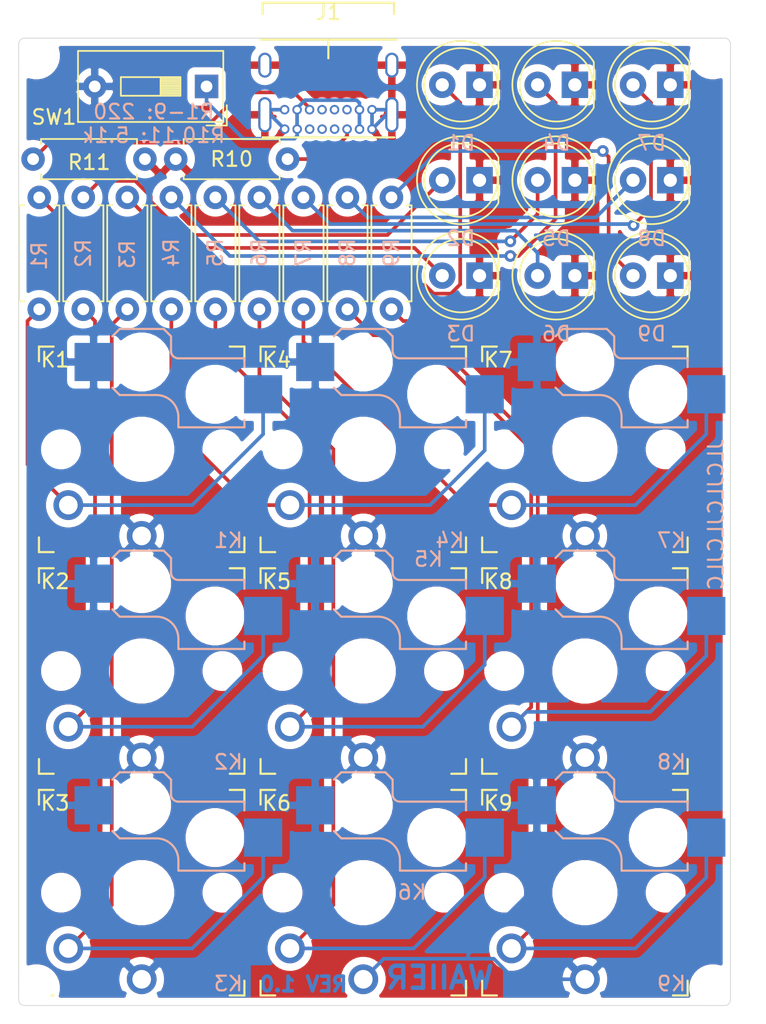
<source format=kicad_pcb>
(kicad_pcb (version 20171130) (host pcbnew "(5.1.0)-1")
  (layers (0 F.Cu signal) (31 B.Cu signal) (34 B.Paste user) (35 F.Paste user) (36 B.SilkS user) (37 F.SilkS user) (38 B.Mask user) (39 F.Mask user) (44 Edge.Cuts user))
  (net 0 "")
  (net 1 "Net-(D1-Pad2)")
  (net 2 "Net-(D2-Pad2)")
  (net 3 "Net-(D3-Pad2)")
  (net 4 "Net-(D4-Pad2)")
  (net 5 "Net-(D5-Pad2)")
  (net 6 "Net-(D6-Pad2)")
  (net 7 "Net-(D7-Pad2)")
  (net 8 "Net-(D8-Pad2)")
  (net 9 "Net-(D9-Pad2)")
  (net 10 5V)
  (net 11 "Net-(K1-Pad2)")
  (net 12 "Net-(K2-Pad2)")
  (net 13 "Net-(K3-Pad2)")
  (net 14 "Net-(K4-Pad2)")
  (net 15 "Net-(K5-Pad2)")
  (net 16 "Net-(K6-Pad2)")
  (net 17 "Net-(K7-Pad2)")
  (net 18 "Net-(K8-Pad2)")
  (net 19 "Net-(K9-Pad2)")
  (net 20 VUSB)
  (net 21 "Net-(J1-PadA5)")
  (net 22 "Net-(J1-PadA6)")
  (net 23 "Net-(J1-PadA7)")
  (net 24 "Net-(J1-PadA8)")
  (net 25 "Net-(J1-PadB8)")
  (net 26 "Net-(J1-PadB7)")
  (net 27 "Net-(J1-PadB6)")
  (net 28 "Net-(J1-PadB5)")
  (net 29 GND)
  (module LED_THT:LED_D5.0mm (layer F.Cu) (at 99.7 70.88 180)
    (fp_text reference D7 (at 1.27 -3.96 180) (layer B.SilkS) (effects (justify mirror)))
    (fp_text value LED)
    (pad 2 thru_hole circle (at 2.54 0 180) (size 1.8 1.8) (drill 0.9) (layers *.Cu *.Mask) (net 7 "Net-(D7-Pad2)"))
    (pad 1 thru_hole rect (at 0 0 180) (size 1.8 1.8) (drill 0.9) (layers *.Cu *.Mask) (net 29 GND))
  )
  (module MountingHole:MountingHole_2.2mm_M2 (layer F.Cu) (at 102.5 68.9)
    (fp_text reference REF**)
    (fp_text value MountingHole_2.2mm_M2)
    (pad "" np_thru_hole circle (at 0.1 0) (size 2.2 2.2) (drill 2.2) (layers *.Cu *.Mask))
  )
  (module Resistor_THT:R_Axial_DIN0207_L6.3mm_D2.5mm_P7.62mm_Horizontal (layer F.Cu) (at 63.9 75.94 180)
    (fp_text reference R11 (at 3.8 -0.22 180) (layer F.SilkS))
    (fp_text value R)
    (pad 2 thru_hole oval (at 7.62 0 180) (size 1.6 1.6) (drill 0.8) (layers *.Cu *.Mask) (net 28 "Net-(J1-PadB5)"))
    (pad 1 thru_hole circle (at 0 0 180) (size 1.6 1.6) (drill 0.8) (layers *.Cu *.Mask) (net 29 GND))
  )
  (module Resistor_THT:R_Axial_DIN0207_L6.3mm_D2.5mm_P7.62mm_Horizontal (layer F.Cu) (at 66 75.94)
    (fp_text reference R10 (at 3.81 0) (layer F.SilkS))
    (fp_text value R)
    (pad 2 thru_hole oval (at 7.62 0) (size 1.6 1.6) (drill 0.8) (layers *.Cu *.Mask) (net 21 "Net-(J1-PadA5)"))
    (pad 1 thru_hole circle (at 0 0) (size 1.6 1.6) (drill 0.8) (layers *.Cu *.Mask) (net 29 GND))
  )
  (module Type-C:USB_C_GCT_USB4085 (layer F.Cu) (at 76.4 67.8 180)
    (fp_text reference J1 (at 0 1.85 180) (layer F.SilkS))
    (fp_text value USB_C_Receptacle_USB2.0)
    (pad A5 thru_hole circle (at -1.275 -6.1 180) (size 0.65 0.65) (drill 0.4) (layers *.Cu *.Mask) (net 21 "Net-(J1-PadA5)"))
    (pad A1 thru_hole circle (at -2.975 -6.1 180) (size 0.65 0.65) (drill 0.4) (layers *.Cu *.Mask) (net 29 GND))
    (pad A4 thru_hole circle (at -2.125 -6.1 180) (size 0.65 0.65) (drill 0.4) (layers *.Cu *.Mask) (net 20 VUSB))
    (pad A6 thru_hole circle (at -0.425 -6.1 180) (size 0.65 0.65) (drill 0.4) (layers *.Cu *.Mask) (net 22 "Net-(J1-PadA6)"))
    (pad A7 thru_hole circle (at 0.425 -6.1 180) (size 0.65 0.65) (drill 0.4) (layers *.Cu *.Mask) (net 23 "Net-(J1-PadA7)"))
    (pad A8 thru_hole circle (at 1.275 -6.1 180) (size 0.65 0.65) (drill 0.4) (layers *.Cu *.Mask) (net 24 "Net-(J1-PadA8)"))
    (pad A9 thru_hole circle (at 2.125 -6.1 180) (size 0.65 0.65) (drill 0.4) (layers *.Cu *.Mask) (net 20 VUSB))
    (pad A12 thru_hole circle (at 2.975 -6.1 180) (size 0.65 0.65) (drill 0.4) (layers *.Cu *.Mask) (net 29 GND))
    (pad B12 thru_hole circle (at -2.975 -4.775 180) (size 0.65 0.65) (drill 0.4) (layers *.Cu *.Mask) (net 29 GND))
    (pad B9 thru_hole circle (at -2.12 -4.775 180) (size 0.65 0.65) (drill 0.4) (layers *.Cu *.Mask) (net 20 VUSB))
    (pad B8 thru_hole circle (at -1.27 -4.775 180) (size 0.65 0.65) (drill 0.4) (layers *.Cu *.Mask) (net 25 "Net-(J1-PadB8)"))
    (pad B7 thru_hole circle (at -0.42 -4.775 180) (size 0.65 0.65) (drill 0.4) (layers *.Cu *.Mask) (net 26 "Net-(J1-PadB7)"))
    (pad B6 thru_hole circle (at 0.43 -4.775 180) (size 0.65 0.65) (drill 0.4) (layers *.Cu *.Mask) (net 27 "Net-(J1-PadB6)"))
    (pad B5 thru_hole circle (at 1.28 -4.775 180) (size 0.65 0.65) (drill 0.4) (layers *.Cu *.Mask) (net 28 "Net-(J1-PadB5)"))
    (pad B4 thru_hole circle (at 2.13 -4.775 180) (size 0.65 0.65) (drill 0.4) (layers *.Cu *.Mask) (net 20 VUSB))
    (pad B1 thru_hole circle (at 2.98 -4.775 180) (size 0.65 0.65) (drill 0.4) (layers *.Cu *.Mask) (net 29 GND))
    (pad S1 thru_hole oval (at -4.325 -5.12 180) (size 0.9 2.4) (drill oval 0.6 2.1) (layers *.Cu *.Mask) (net 29 GND))
    (pad S1 thru_hole oval (at 4.325 -5.12 180) (size 0.9 2.4) (drill oval 0.6 2.1) (layers *.Cu *.Mask) (net 29 GND))
    (pad S1 thru_hole oval (at -4.325 -1.74 180) (size 0.9 1.7) (drill oval 0.6 1.4) (layers *.Cu *.Mask) (net 29 GND))
    (pad S1 thru_hole oval (at 4.325 -1.74 180) (size 0.9 1.7) (drill oval 0.6 1.4) (layers *.Cu *.Mask) (net 29 GND))
  )
  (module MountingHole:MountingHole_2.2mm_M2 (layer F.Cu) (at 56.5 68.9 90)
    (fp_text reference REF**)
    (fp_text value MountingHole_2.2mm_M2)
    (pad 1 np_thru_hole circle (at 0 0 90) (size 2.2 2.2) (drill 2.2) (layers *.Cu *.Mask))
  )
  (module MountingHole:MountingHole_2.2mm_M2 (layer F.Cu) (at 102.6 132.4)
    (fp_text reference REF**)
    (fp_text value MountingHole_2.2mm_M2)
    (pad 1 np_thru_hole circle (at 0 0) (size 2.2 2.2) (drill 2.2) (layers *.Cu *.Mask))
  )
  (module MountingHole:MountingHole_2.2mm_M2 (layer F.Cu) (at 56.5 132.4)
    (fp_text reference REF**)
    (fp_text value MountingHole_2.2mm_M2)
    (pad 1 np_thru_hole circle (at 0 0) (size 2.2 2.2) (drill 2.2) (layers *.Cu *.Mask))
  )
  (module LED_THT:LED_D5.0mm (layer F.Cu) (at 99.7 83.88 180)
    (fp_text reference D9 (at 1.27 -3.96 180) (layer B.SilkS) (effects (justify mirror)))
    (fp_text value LED)
    (pad 2 thru_hole circle (at 2.54 0 180) (size 1.8 1.8) (drill 0.9) (layers *.Cu *.Mask) (net 9 "Net-(D9-Pad2)"))
    (pad 1 thru_hole rect (at 0 0 180) (size 1.8 1.8) (drill 0.9) (layers *.Cu *.Mask) (net 29 GND))
  )
  (module Button_Switch_THT:SW_DIP_SPSTx01_Slide_9.78x4.72mm_W7.62mm_P2.54mm (layer F.Cu) (at 68.1 70.99 180)
    (fp_text reference SW1 (at 10.4 -2.09 180) (layer F.SilkS))
    (fp_text value SW_DIP_x01)
    (pad 2 thru_hole oval (at 7.62 0 180) (size 1.6 1.6) (drill 0.8) (layers *.Cu *.Mask) (net 10 5V))
    (pad 1 thru_hole rect (at 0 0 180) (size 1.6 1.6) (drill 0.8) (layers *.Cu *.Mask) (net 20 VUSB))
  )
  (module Resistor_THT:R_Axial_DIN0207_L6.3mm_D2.5mm_P7.62mm_Horizontal (layer F.Cu) (at 80.7 86.17 90)
    (fp_text reference R9 (at 3.85 0 90) (layer B.SilkS) (effects (justify mirror)))
    (fp_text value R)
    (pad 2 thru_hole oval (at 7.62 0 90) (size 1.6 1.6) (drill 0.8) (layers *.Cu *.Mask) (net 9 "Net-(D9-Pad2)"))
    (pad 1 thru_hole circle (at 0 0 90) (size 1.6 1.6) (drill 0.8) (layers *.Cu *.Mask) (net 19 "Net-(K9-Pad2)"))
  )
  (module Resistor_THT:R_Axial_DIN0207_L6.3mm_D2.5mm_P7.62mm_Horizontal (layer F.Cu) (at 77.7 86.17 90)
    (fp_text reference R8 (at 3.85 0 90) (layer B.SilkS) (effects (justify mirror)))
    (fp_text value R)
    (pad 2 thru_hole oval (at 7.62 0 90) (size 1.6 1.6) (drill 0.8) (layers *.Cu *.Mask) (net 8 "Net-(D8-Pad2)"))
    (pad 1 thru_hole circle (at 0 0 90) (size 1.6 1.6) (drill 0.8) (layers *.Cu *.Mask) (net 18 "Net-(K8-Pad2)"))
  )
  (module Resistor_THT:R_Axial_DIN0207_L6.3mm_D2.5mm_P7.62mm_Horizontal (layer F.Cu) (at 74.7 86.17 90)
    (fp_text reference R7 (at 3.85 0 90) (layer B.SilkS) (effects (justify mirror)))
    (fp_text value R)
    (pad 2 thru_hole oval (at 7.62 0 90) (size 1.6 1.6) (drill 0.8) (layers *.Cu *.Mask) (net 7 "Net-(D7-Pad2)"))
    (pad 1 thru_hole circle (at 0 0 90) (size 1.6 1.6) (drill 0.8) (layers *.Cu *.Mask) (net 17 "Net-(K7-Pad2)"))
  )
  (module Resistor_THT:R_Axial_DIN0207_L6.3mm_D2.5mm_P7.62mm_Horizontal (layer F.Cu) (at 71.7 86.17 90)
    (fp_text reference R6 (at 3.85 0 90) (layer B.SilkS) (effects (justify mirror)))
    (fp_text value R)
    (pad 2 thru_hole oval (at 7.62 0 90) (size 1.6 1.6) (drill 0.8) (layers *.Cu *.Mask) (net 6 "Net-(D6-Pad2)"))
    (pad 1 thru_hole circle (at 0 0 90) (size 1.6 1.6) (drill 0.8) (layers *.Cu *.Mask) (net 16 "Net-(K6-Pad2)"))
  )
  (module Resistor_THT:R_Axial_DIN0207_L6.3mm_D2.5mm_P7.62mm_Horizontal (layer F.Cu) (at 68.7 86.17 90)
    (fp_text reference R5 (at 3.85 0 90) (layer B.SilkS) (effects (justify mirror)))
    (fp_text value R)
    (pad 2 thru_hole oval (at 7.62 0 90) (size 1.6 1.6) (drill 0.8) (layers *.Cu *.Mask) (net 5 "Net-(D5-Pad2)"))
    (pad 1 thru_hole circle (at 0 0 90) (size 1.6 1.6) (drill 0.8) (layers *.Cu *.Mask) (net 15 "Net-(K5-Pad2)"))
  )
  (module Resistor_THT:R_Axial_DIN0207_L6.3mm_D2.5mm_P7.62mm_Horizontal (layer F.Cu) (at 65.7 86.17 90)
    (fp_text reference R4 (at 3.85 0 90) (layer B.SilkS) (effects (justify mirror)))
    (fp_text value R)
    (pad 2 thru_hole oval (at 7.62 0 90) (size 1.6 1.6) (drill 0.8) (layers *.Cu *.Mask) (net 4 "Net-(D4-Pad2)"))
    (pad 1 thru_hole circle (at 0 0 90) (size 1.6 1.6) (drill 0.8) (layers *.Cu *.Mask) (net 14 "Net-(K4-Pad2)"))
  )
  (module Resistor_THT:R_Axial_DIN0207_L6.3mm_D2.5mm_P7.62mm_Horizontal (layer F.Cu) (at 62.7 86.17 90)
    (fp_text reference R3 (at 3.74 0 90) (layer B.SilkS) (effects (justify mirror)))
    (fp_text value R)
    (pad 2 thru_hole oval (at 7.62 0 90) (size 1.6 1.6) (drill 0.8) (layers *.Cu *.Mask) (net 3 "Net-(D3-Pad2)"))
    (pad 1 thru_hole circle (at 0 0 90) (size 1.6 1.6) (drill 0.8) (layers *.Cu *.Mask) (net 13 "Net-(K3-Pad2)"))
  )
  (module Resistor_THT:R_Axial_DIN0207_L6.3mm_D2.5mm_P7.62mm_Horizontal (layer F.Cu) (at 59.7 86.17 90)
    (fp_text reference R2 (at 3.81 0 90) (layer B.SilkS) (effects (justify mirror)))
    (fp_text value R)
    (pad 2 thru_hole oval (at 7.62 0 90) (size 1.6 1.6) (drill 0.8) (layers *.Cu *.Mask) (net 2 "Net-(D2-Pad2)"))
    (pad 1 thru_hole circle (at 0 0 90) (size 1.6 1.6) (drill 0.8) (layers *.Cu *.Mask) (net 12 "Net-(K2-Pad2)"))
  )
  (module Resistor_THT:R_Axial_DIN0207_L6.3mm_D2.5mm_P7.62mm_Horizontal (layer F.Cu) (at 56.7 86.17 90)
    (fp_text reference R1 (at 3.63 0 90) (layer B.SilkS) (effects (justify mirror)))
    (fp_text value R)
    (pad 2 thru_hole oval (at 7.62 0 90) (size 1.6 1.6) (drill 0.8) (layers *.Cu *.Mask) (net 1 "Net-(D1-Pad2)"))
    (pad 1 thru_hole circle (at 0 0 90) (size 1.6 1.6) (drill 0.8) (layers *.Cu *.Mask) (net 11 "Net-(K1-Pad2)"))
  )
  (module keyswitches:Kailh_socket_PG1350_optional (layer F.Cu) (at 93.88 125.912)
    (fp_text reference K9 (at -5.9 -6.1) (layer F.SilkS))
    (fp_text value KEYSW)
    (fp_text user %R (at 5.9 6.2) (layer B.SilkS) (effects (justify mirror)))
    (pad "" np_thru_hole circle (at -5.5 0) (size 1.7018 1.7018) (drill 1.7018) (layers *.Cu *.Mask))
    (pad "" np_thru_hole circle (at 5.5 0) (size 1.7018 1.7018) (drill 1.7018) (layers *.Cu *.Mask))
    (pad 1 smd rect (at -3.275 -5.95) (size 2.6 2.6) (layers B.Cu B.Paste B.Mask) (net 10 5V))
    (pad "" np_thru_hole circle (at 5 -3.75) (size 3 3) (drill 3) (layers *.Cu *.Mask))
    (pad "" np_thru_hole circle (at 0 0) (size 3.429 3.429) (drill 3.429) (layers *.Cu *.Mask))
    (pad 2 thru_hole circle (at -5 3.8) (size 2.032 2.032) (drill 1.27) (layers *.Cu *.Mask) (net 19 "Net-(K9-Pad2)"))
    (pad 1 thru_hole circle (at 0 5.9) (size 2.032 2.032) (drill 1.27) (layers *.Cu *.Mask) (net 10 5V))
    (pad "" np_thru_hole circle (at 0 -5.95) (size 3 3) (drill 3) (layers *.Cu *.Mask))
    (pad 2 smd rect (at 8.275 -3.75) (size 2.6 2.6) (layers B.Cu B.Paste B.Mask) (net 19 "Net-(K9-Pad2)"))
  )
  (module keyswitches:Kailh_socket_PG1350_optional (layer F.Cu) (at 93.88 110.812)
    (fp_text reference K8 (at -5.9 -6.1) (layer F.SilkS))
    (fp_text value KEYSW)
    (fp_text user %R (at 5.9 6.2) (layer B.SilkS) (effects (justify mirror)))
    (pad "" np_thru_hole circle (at -5.5 0) (size 1.7018 1.7018) (drill 1.7018) (layers *.Cu *.Mask))
    (pad "" np_thru_hole circle (at 5.5 0) (size 1.7018 1.7018) (drill 1.7018) (layers *.Cu *.Mask))
    (pad 1 smd rect (at -3.275 -5.95) (size 2.6 2.6) (layers B.Cu B.Paste B.Mask) (net 10 5V))
    (pad "" np_thru_hole circle (at 5 -3.75) (size 3 3) (drill 3) (layers *.Cu *.Mask))
    (pad "" np_thru_hole circle (at 0 0) (size 3.429 3.429) (drill 3.429) (layers *.Cu *.Mask))
    (pad 2 thru_hole circle (at -5 3.8) (size 2.032 2.032) (drill 1.27) (layers *.Cu *.Mask) (net 18 "Net-(K8-Pad2)"))
    (pad 1 thru_hole circle (at 0 5.9) (size 2.032 2.032) (drill 1.27) (layers *.Cu *.Mask) (net 10 5V))
    (pad "" np_thru_hole circle (at 0 -5.95) (size 3 3) (drill 3) (layers *.Cu *.Mask))
    (pad 2 smd rect (at 8.275 -3.75) (size 2.6 2.6) (layers B.Cu B.Paste B.Mask) (net 18 "Net-(K8-Pad2)"))
  )
  (module keyswitches:Kailh_socket_PG1350_optional (layer F.Cu) (at 93.88 95.712)
    (fp_text reference K7 (at -5.9 -6.1) (layer F.SilkS))
    (fp_text value KEYSW)
    (fp_text user %R (at 5.9 6.2) (layer B.SilkS) (effects (justify mirror)))
    (pad "" np_thru_hole circle (at -5.5 0) (size 1.7018 1.7018) (drill 1.7018) (layers *.Cu *.Mask))
    (pad "" np_thru_hole circle (at 5.5 0) (size 1.7018 1.7018) (drill 1.7018) (layers *.Cu *.Mask))
    (pad 1 smd rect (at -3.275 -5.95) (size 2.6 2.6) (layers B.Cu B.Paste B.Mask) (net 10 5V))
    (pad "" np_thru_hole circle (at 5 -3.75) (size 3 3) (drill 3) (layers *.Cu *.Mask))
    (pad "" np_thru_hole circle (at 0 0) (size 3.429 3.429) (drill 3.429) (layers *.Cu *.Mask))
    (pad 2 thru_hole circle (at -5 3.8) (size 2.032 2.032) (drill 1.27) (layers *.Cu *.Mask) (net 17 "Net-(K7-Pad2)"))
    (pad 1 thru_hole circle (at 0 5.9) (size 2.032 2.032) (drill 1.27) (layers *.Cu *.Mask) (net 10 5V))
    (pad "" np_thru_hole circle (at 0 -5.95) (size 3 3) (drill 3) (layers *.Cu *.Mask))
    (pad 2 smd rect (at 8.275 -3.75) (size 2.6 2.6) (layers B.Cu B.Paste B.Mask) (net 17 "Net-(K7-Pad2)"))
  )
  (module keyswitches:Kailh_socket_PG1350_optional (layer F.Cu) (at 78.78 125.912)
    (fp_text reference K6 (at -5.9 -6.1) (layer F.SilkS))
    (fp_text value KEYSW)
    (fp_text user %R (at 3.32 -0.032) (layer B.SilkS) (effects (justify mirror)))
    (pad "" np_thru_hole circle (at -5.5 0) (size 1.7018 1.7018) (drill 1.7018) (layers *.Cu *.Mask))
    (pad "" np_thru_hole circle (at 5.5 0) (size 1.7018 1.7018) (drill 1.7018) (layers *.Cu *.Mask))
    (pad 1 smd rect (at -3.275 -5.95) (size 2.6 2.6) (layers B.Cu B.Paste B.Mask) (net 10 5V))
    (pad "" np_thru_hole circle (at 5 -3.75) (size 3 3) (drill 3) (layers *.Cu *.Mask))
    (pad "" np_thru_hole circle (at 0 0) (size 3.429 3.429) (drill 3.429) (layers *.Cu *.Mask))
    (pad 2 thru_hole circle (at -5 3.8) (size 2.032 2.032) (drill 1.27) (layers *.Cu *.Mask) (net 16 "Net-(K6-Pad2)"))
    (pad 1 thru_hole circle (at 0 5.9) (size 2.032 2.032) (drill 1.27) (layers *.Cu *.Mask) (net 10 5V))
    (pad "" np_thru_hole circle (at 0 -5.95) (size 3 3) (drill 3) (layers *.Cu *.Mask))
    (pad 2 smd rect (at 8.275 -3.75) (size 2.6 2.6) (layers B.Cu B.Paste B.Mask) (net 16 "Net-(K6-Pad2)"))
  )
  (module keyswitches:Kailh_socket_PG1350_optional (layer F.Cu) (at 78.78 110.812)
    (fp_text reference K5 (at -5.9 -6.1) (layer F.SilkS))
    (fp_text value KEYSW)
    (fp_text user %R (at 4.445 -7.62) (layer B.SilkS) (effects (justify mirror)))
    (pad "" np_thru_hole circle (at -5.5 0) (size 1.7018 1.7018) (drill 1.7018) (layers *.Cu *.Mask))
    (pad "" np_thru_hole circle (at 5.5 0) (size 1.7018 1.7018) (drill 1.7018) (layers *.Cu *.Mask))
    (pad 1 smd rect (at -3.275 -5.95) (size 2.6 2.6) (layers B.Cu B.Paste B.Mask) (net 10 5V))
    (pad "" np_thru_hole circle (at 5 -3.75) (size 3 3) (drill 3) (layers *.Cu *.Mask))
    (pad "" np_thru_hole circle (at 0 0) (size 3.429 3.429) (drill 3.429) (layers *.Cu *.Mask))
    (pad 2 thru_hole circle (at -5 3.8) (size 2.032 2.032) (drill 1.27) (layers *.Cu *.Mask) (net 15 "Net-(K5-Pad2)"))
    (pad 1 thru_hole circle (at 0 5.9) (size 2.032 2.032) (drill 1.27) (layers *.Cu *.Mask) (net 10 5V))
    (pad "" np_thru_hole circle (at 0 -5.95) (size 3 3) (drill 3) (layers *.Cu *.Mask))
    (pad 2 smd rect (at 8.275 -3.75) (size 2.6 2.6) (layers B.Cu B.Paste B.Mask) (net 15 "Net-(K5-Pad2)"))
  )
  (module keyswitches:Kailh_socket_PG1350_optional (layer F.Cu) (at 78.78 95.712)
    (fp_text reference K4 (at -5.9 -6.1) (layer F.SilkS))
    (fp_text value KEYSW)
    (fp_text user %R (at 5.9 6.2) (layer B.SilkS) (effects (justify mirror)))
    (pad "" np_thru_hole circle (at -5.5 0) (size 1.7018 1.7018) (drill 1.7018) (layers *.Cu *.Mask))
    (pad "" np_thru_hole circle (at 5.5 0) (size 1.7018 1.7018) (drill 1.7018) (layers *.Cu *.Mask))
    (pad 1 smd rect (at -3.275 -5.95) (size 2.6 2.6) (layers B.Cu B.Paste B.Mask) (net 10 5V))
    (pad "" np_thru_hole circle (at 5 -3.75) (size 3 3) (drill 3) (layers *.Cu *.Mask))
    (pad "" np_thru_hole circle (at 0 0) (size 3.429 3.429) (drill 3.429) (layers *.Cu *.Mask))
    (pad 2 thru_hole circle (at -5 3.8) (size 2.032 2.032) (drill 1.27) (layers *.Cu *.Mask) (net 14 "Net-(K4-Pad2)"))
    (pad 1 thru_hole circle (at 0 5.9) (size 2.032 2.032) (drill 1.27) (layers *.Cu *.Mask) (net 10 5V))
    (pad "" np_thru_hole circle (at 0 -5.95) (size 3 3) (drill 3) (layers *.Cu *.Mask))
    (pad 2 smd rect (at 8.275 -3.75) (size 2.6 2.6) (layers B.Cu B.Paste B.Mask) (net 14 "Net-(K4-Pad2)"))
  )
  (module keyswitches:Kailh_socket_PG1350_optional (layer F.Cu) (at 63.68 125.912)
    (fp_text reference K3 (at -5.9 -6.1) (layer F.SilkS))
    (fp_text value KEYSW)
    (fp_text user %R (at 5.9 6.2) (layer B.SilkS) (effects (justify mirror)))
    (pad "" np_thru_hole circle (at -5.5 0) (size 1.7018 1.7018) (drill 1.7018) (layers *.Cu *.Mask))
    (pad "" np_thru_hole circle (at 5.5 0) (size 1.7018 1.7018) (drill 1.7018) (layers *.Cu *.Mask))
    (pad 1 smd rect (at -3.275 -5.95) (size 2.6 2.6) (layers B.Cu B.Paste B.Mask) (net 10 5V))
    (pad "" np_thru_hole circle (at 5 -3.75) (size 3 3) (drill 3) (layers *.Cu *.Mask))
    (pad "" np_thru_hole circle (at 0 0) (size 3.429 3.429) (drill 3.429) (layers *.Cu *.Mask))
    (pad 2 thru_hole circle (at -5 3.8) (size 2.032 2.032) (drill 1.27) (layers *.Cu *.Mask) (net 13 "Net-(K3-Pad2)"))
    (pad 1 thru_hole circle (at 0 5.9) (size 2.032 2.032) (drill 1.27) (layers *.Cu *.Mask) (net 10 5V))
    (pad "" np_thru_hole circle (at 0 -5.95) (size 3 3) (drill 3) (layers *.Cu *.Mask))
    (pad 2 smd rect (at 8.275 -3.75) (size 2.6 2.6) (layers B.Cu B.Paste B.Mask) (net 13 "Net-(K3-Pad2)"))
  )
  (module keyswitches:Kailh_socket_PG1350_optional (layer F.Cu) (at 63.68 110.812)
    (fp_text reference K2 (at -5.9 -6.1) (layer F.SilkS))
    (fp_text value KEYSW)
    (fp_text user %R (at 5.9 6.2) (layer B.SilkS) (effects (justify mirror)))
    (pad "" np_thru_hole circle (at -5.5 0) (size 1.7018 1.7018) (drill 1.7018) (layers *.Cu *.Mask))
    (pad "" np_thru_hole circle (at 5.5 0) (size 1.7018 1.7018) (drill 1.7018) (layers *.Cu *.Mask))
    (pad 1 smd rect (at -3.275 -5.95) (size 2.6 2.6) (layers B.Cu B.Paste B.Mask) (net 10 5V))
    (pad "" np_thru_hole circle (at 5 -3.75) (size 3 3) (drill 3) (layers *.Cu *.Mask))
    (pad "" np_thru_hole circle (at 0 0) (size 3.429 3.429) (drill 3.429) (layers *.Cu *.Mask))
    (pad 2 thru_hole circle (at -5 3.8) (size 2.032 2.032) (drill 1.27) (layers *.Cu *.Mask) (net 12 "Net-(K2-Pad2)"))
    (pad 1 thru_hole circle (at 0 5.9) (size 2.032 2.032) (drill 1.27) (layers *.Cu *.Mask) (net 10 5V))
    (pad "" np_thru_hole circle (at 0 -5.95) (size 3 3) (drill 3) (layers *.Cu *.Mask))
    (pad 2 smd rect (at 8.275 -3.75) (size 2.6 2.6) (layers B.Cu B.Paste B.Mask) (net 12 "Net-(K2-Pad2)"))
  )
  (module keyswitches:Kailh_socket_PG1350_optional (layer F.Cu) (at 63.68 95.712)
    (fp_text reference K1 (at -5.9 -6.1) (layer F.SilkS))
    (fp_text value KEYSW)
    (fp_text user %R (at 5.9 6.2) (layer B.SilkS) (effects (justify mirror)))
    (pad "" np_thru_hole circle (at -5.5 0) (size 1.7018 1.7018) (drill 1.7018) (layers *.Cu *.Mask))
    (pad "" np_thru_hole circle (at 5.5 0) (size 1.7018 1.7018) (drill 1.7018) (layers *.Cu *.Mask))
    (pad 1 smd rect (at -3.275 -5.95) (size 2.6 2.6) (layers B.Cu B.Paste B.Mask) (net 10 5V))
    (pad "" np_thru_hole circle (at 5 -3.75) (size 3 3) (drill 3) (layers *.Cu *.Mask))
    (pad "" np_thru_hole circle (at 0 0) (size 3.429 3.429) (drill 3.429) (layers *.Cu *.Mask))
    (pad 2 thru_hole circle (at -5 3.8) (size 2.032 2.032) (drill 1.27) (layers *.Cu *.Mask) (net 11 "Net-(K1-Pad2)"))
    (pad 1 thru_hole circle (at 0 5.9) (size 2.032 2.032) (drill 1.27) (layers *.Cu *.Mask) (net 10 5V))
    (pad "" np_thru_hole circle (at 0 -5.95) (size 3 3) (drill 3) (layers *.Cu *.Mask))
    (pad 2 smd rect (at 8.275 -3.75) (size 2.6 2.6) (layers B.Cu B.Paste B.Mask) (net 11 "Net-(K1-Pad2)"))
  )
  (module LED_THT:LED_D5.0mm (layer F.Cu) (at 99.7 77.38 180)
    (fp_text reference D8 (at 1.27 -3.96 180) (layer B.SilkS) (effects (justify mirror)))
    (fp_text value LED)
    (pad 2 thru_hole circle (at 2.54 0 180) (size 1.8 1.8) (drill 0.9) (layers *.Cu *.Mask) (net 8 "Net-(D8-Pad2)"))
    (pad 1 thru_hole rect (at 0 0 180) (size 1.8 1.8) (drill 0.9) (layers *.Cu *.Mask) (net 29 GND))
  )
  (module LED_THT:LED_D5.0mm (layer F.Cu) (at 93.2 83.88 180)
    (fp_text reference D6 (at 1.27 -3.96 180) (layer B.SilkS) (effects (justify mirror)))
    (fp_text value LED)
    (pad 2 thru_hole circle (at 2.54 0 180) (size 1.8 1.8) (drill 0.9) (layers *.Cu *.Mask) (net 6 "Net-(D6-Pad2)"))
    (pad 1 thru_hole rect (at 0 0 180) (size 1.8 1.8) (drill 0.9) (layers *.Cu *.Mask) (net 29 GND))
  )
  (module LED_THT:LED_D5.0mm (layer F.Cu) (at 93.2 77.38 180)
    (fp_text reference D5 (at 1.27 -3.96 180) (layer B.SilkS) (effects (justify mirror)))
    (fp_text value LED)
    (pad 2 thru_hole circle (at 2.54 0 180) (size 1.8 1.8) (drill 0.9) (layers *.Cu *.Mask) (net 5 "Net-(D5-Pad2)"))
    (pad 1 thru_hole rect (at 0 0 180) (size 1.8 1.8) (drill 0.9) (layers *.Cu *.Mask) (net 29 GND))
  )
  (module LED_THT:LED_D5.0mm (layer F.Cu) (at 93.2 70.88 180)
    (fp_text reference D4 (at 1.27 -3.96 180) (layer B.SilkS) (effects (justify mirror)))
    (fp_text value LED)
    (pad 2 thru_hole circle (at 2.54 0 180) (size 1.8 1.8) (drill 0.9) (layers *.Cu *.Mask) (net 4 "Net-(D4-Pad2)"))
    (pad 1 thru_hole rect (at 0 0 180) (size 1.8 1.8) (drill 0.9) (layers *.Cu *.Mask) (net 29 GND))
  )
  (module LED_THT:LED_D5.0mm (layer F.Cu) (at 86.7 83.88 180)
    (fp_text reference D3 (at 1.27 -3.96 180) (layer B.SilkS) (effects (justify mirror)))
    (fp_text value LED)
    (pad 2 thru_hole circle (at 2.54 0 180) (size 1.8 1.8) (drill 0.9) (layers *.Cu *.Mask) (net 3 "Net-(D3-Pad2)"))
    (pad 1 thru_hole rect (at 0 0 180) (size 1.8 1.8) (drill 0.9) (layers *.Cu *.Mask) (net 29 GND))
  )
  (module LED_THT:LED_D5.0mm (layer F.Cu) (at 86.7 77.38 180)
    (fp_text reference D2 (at 1.27 -3.96 180) (layer B.SilkS) (effects (justify mirror)))
    (fp_text value LED)
    (pad 2 thru_hole circle (at 2.54 0 180) (size 1.8 1.8) (drill 0.9) (layers *.Cu *.Mask) (net 2 "Net-(D2-Pad2)"))
    (pad 1 thru_hole rect (at 0 0 180) (size 1.8 1.8) (drill 0.9) (layers *.Cu *.Mask) (net 29 GND))
  )
  (module LED_THT:LED_D5.0mm (layer F.Cu) (at 86.7 70.88 180)
    (fp_text reference D1 (at 1.27 -3.96 180) (layer B.SilkS) (effects (justify mirror)))
    (fp_text value LED)
    (pad 2 thru_hole circle (at 2.54 0 180) (size 1.8 1.8) (drill 0.9) (layers *.Cu *.Mask) (net 1 "Net-(D1-Pad2)"))
    (pad 1 thru_hole rect (at 0 0 180) (size 1.8 1.8) (drill 0.9) (layers *.Cu *.Mask) (net 29 GND))
  )
  (gr_line (start 55.7 133.6) (end 103.4 133.6) (layer Edge.Cuts) (width 0.05))
  (gr_line (start 55.3 133.2) (end 55.3 68.1) (layer Edge.Cuts) (width 0.05))
  (gr_line (start 55.7 67.7) (end 103.4 67.7) (layer Edge.Cuts) (width 0.05))
  (gr_arc (start 55.7 68.1) (end 55.7 67.7) (angle -90) (layer Edge.Cuts) (width 0.05))
  (gr_arc (start 55.7 133.2) (end 55.3 133.2) (angle -90) (layer Edge.Cuts) (width 0.05))
  (gr_line (start 103.8 68.1) (end 103.8 133.2) (layer Edge.Cuts) (width 0.05))
  (gr_arc (start 103.4 68.1) (end 103.8 68.1) (angle -90) (layer Edge.Cuts) (width 0.05))
  (gr_arc (start 103.4 133.2) (end 103.4 133.6) (angle -90) (layer Edge.Cuts) (width 0.05))
  (gr_text JLCJLCJLCJLC (at 102.8 100.14 90) (layer B.SilkS) (effects (font (size 1 1)) (justify mirror)))
  (gr_text "REV 1.0\n" (at 74.7 132.15) (layer B.Cu) (effects (font (size 1 1) (thickness 0.25)) (justify mirror)))
  (gr_text WAIIER (at 84 131.71) (layer B.Cu) (effects (font (size 1.5 1.5) (thickness 0.3)) (justify mirror)))
  (gr_text "R1-9: 220\nR10,11: 5.1k" (at 64.5 73.52) (layer B.SilkS) (effects (font (size 1 1)) (justify mirror)))
  (segment (start 56.7 78.55) (end 62.67 84.52) (width 0.25) (layer F.Cu) (net 1))
  (segment (start 85.059999 71.779999) (end 84.16 70.88) (width 0.25) (layer F.Cu) (net 1))
  (segment (start 85.385001 72.105001) (end 85.059999 71.779999) (width 0.25) (layer F.Cu) (net 1))
  (segment (start 85.385001 84.468001) (end 85.385001 72.105001) (width 0.25) (layer F.Cu) (net 1))
  (segment (start 84.748001 85.105001) (end 85.385001 84.468001) (width 0.25) (layer F.Cu) (net 1))
  (segment (start 83.571999 85.105001) (end 84.748001 85.105001) (width 0.25) (layer F.Cu) (net 1))
  (segment (start 82.986998 84.52) (end 83.571999 85.105001) (width 0.25) (layer F.Cu) (net 1))
  (segment (start 62.67 84.52) (end 82.986998 84.52) (width 0.25) (layer F.Cu) (net 1))
  (segment (start 63.240001 77.424999) (end 64.3 78.484998) (width 0.25) (layer F.Cu) (net 2))
  (segment (start 59.7 78.55) (end 60.825001 77.424999) (width 0.25) (layer F.Cu) (net 2))
  (segment (start 60.825001 77.424999) (end 63.240001 77.424999) (width 0.25) (layer F.Cu) (net 2))
  (segment (start 64.3 78.815002) (end 66.594998 81.11) (width 0.25) (layer F.Cu) (net 2))
  (segment (start 64.3 78.484998) (end 64.3 78.815002) (width 0.25) (layer F.Cu) (net 2))
  (segment (start 80.43 81.11) (end 84.16 77.38) (width 0.25) (layer F.Cu) (net 2))
  (segment (start 66.594998 81.11) (end 80.43 81.11) (width 0.25) (layer F.Cu) (net 2))
  (segment (start 62.7 78.55) (end 66.14 81.99) (width 0.25) (layer F.Cu) (net 3))
  (segment (start 82.27 81.99) (end 84.16 83.88) (width 0.25) (layer F.Cu) (net 3))
  (segment (start 66.14 81.99) (end 82.27 81.99) (width 0.25) (layer F.Cu) (net 3))
  (via (at 88.8 82.54) (size 0.8) (drill 0.4) (layers F.Cu B.Cu) (net 4))
  (segment (start 71.024998 82.54) (end 88.8 82.54) (width 0.25) (layer B.Cu) (net 4))
  (segment (start 65.7 78.55) (end 69.69 82.54) (width 0.25) (layer B.Cu) (net 4))
  (segment (start 69.69 82.54) (end 71.024998 82.54) (width 0.25) (layer B.Cu) (net 4))
  (segment (start 91.559999 71.779999) (end 90.66 70.88) (width 0.25) (layer F.Cu) (net 4))
  (segment (start 91.885001 72.105001) (end 91.559999 71.779999) (width 0.25) (layer F.Cu) (net 4))
  (segment (start 91.885001 80.020684) (end 91.885001 72.105001) (width 0.25) (layer F.Cu) (net 4))
  (segment (start 89.365685 82.54) (end 91.885001 80.020684) (width 0.25) (layer F.Cu) (net 4))
  (segment (start 88.8 82.54) (end 89.365685 82.54) (width 0.25) (layer F.Cu) (net 4))
  (via (at 88.8 81.539997) (size 0.8) (drill 0.4) (layers F.Cu B.Cu) (net 5))
  (segment (start 88.793604 81.546393) (end 88.8 81.539997) (width 0.25) (layer B.Cu) (net 5))
  (segment (start 68.7 78.55) (end 71.696393 81.546393) (width 0.25) (layer B.Cu) (net 5))
  (segment (start 71.696393 81.546393) (end 88.793604 81.546393) (width 0.25) (layer B.Cu) (net 5))
  (segment (start 90.66 79.679997) (end 90.66 77.38) (width 0.25) (layer F.Cu) (net 5))
  (segment (start 88.8 81.539997) (end 90.66 79.679997) (width 0.25) (layer F.Cu) (net 5))
  (segment (start 90.66 82.607208) (end 90.66 83.88) (width 0.25) (layer B.Cu) (net 6))
  (segment (start 90.66 82.326995) (end 90.66 82.607208) (width 0.25) (layer B.Cu) (net 6))
  (segment (start 89.148001 80.814996) (end 90.66 82.326995) (width 0.25) (layer B.Cu) (net 6))
  (segment (start 73.964996 80.814996) (end 89.148001 80.814996) (width 0.25) (layer B.Cu) (net 6))
  (segment (start 71.7 78.55) (end 73.964996 80.814996) (width 0.25) (layer B.Cu) (net 6))
  (segment (start 74.7 78.55) (end 76.514986 80.364986) (width 0.25) (layer B.Cu) (net 7))
  (segment (start 76.514986 80.364986) (end 89.375014 80.364986) (width 0.25) (layer B.Cu) (net 7))
  (segment (start 97.16 70.88) (end 98.385001 72.105001) (width 0.25) (layer F.Cu) (net 7))
  (segment (start 98.385001 72.105001) (end 98.385001 79.254999) (width 0.25) (layer F.Cu) (net 7))
  (via (at 97.195 80.445) (size 0.8) (drill 0.4) (layers F.Cu B.Cu) (net 7))
  (segment (start 97.114986 80.364986) (end 97.195 80.445) (width 0.25) (layer B.Cu) (net 7))
  (segment (start 89.375014 80.364986) (end 97.114986 80.364986) (width 0.25) (layer B.Cu) (net 7))
  (segment (start 98.385001 79.254999) (end 97.195 80.445) (width 0.25) (layer F.Cu) (net 7))
  (segment (start 96.260001 78.279999) (end 97.16 77.38) (width 0.25) (layer B.Cu) (net 8))
  (segment (start 94.625024 79.914976) (end 96.260001 78.279999) (width 0.25) (layer B.Cu) (net 8))
  (segment (start 79.064976 79.914976) (end 94.625024 79.914976) (width 0.25) (layer B.Cu) (net 8))
  (segment (start 77.7 78.55) (end 79.064976 79.914976) (width 0.25) (layer B.Cu) (net 8))
  (via (at 95.1 75.39) (size 0.8) (drill 0.4) (layers F.Cu B.Cu) (net 9))
  (segment (start 80.7 78.55) (end 83.86 75.39) (width 0.25) (layer B.Cu) (net 9))
  (segment (start 83.86 75.39) (end 95.1 75.39) (width 0.25) (layer B.Cu) (net 9))
  (segment (start 96.260001 82.980001) (end 97.16 83.88) (width 0.25) (layer F.Cu) (net 9))
  (segment (start 95.499999 82.219999) (end 96.260001 82.980001) (width 0.25) (layer F.Cu) (net 9))
  (segment (start 95.499999 75.789999) (end 95.499999 82.219999) (width 0.25) (layer F.Cu) (net 9))
  (segment (start 95.1 75.39) (end 95.499999 75.789999) (width 0.25) (layer F.Cu) (net 9))
  (segment (start 92.44316 131.812) (end 93.88 131.812) (width 0.25) (layer B.Cu) (net 10))
  (segment (start 89.069946 131.812) (end 92.44316 131.812) (width 0.25) (layer B.Cu) (net 10))
  (segment (start 87.671507 130.413561) (end 89.069946 131.812) (width 0.25) (layer B.Cu) (net 10))
  (segment (start 78.78 131.812) (end 80.178439 130.413561) (width 0.25) (layer B.Cu) (net 10))
  (segment (start 90.605 121.512) (end 90.605 119.962) (width 0.25) (layer B.Cu) (net 10))
  (segment (start 90.605 125.427334) (end 90.605 121.512) (width 0.25) (layer B.Cu) (net 10))
  (segment (start 85.923561 130.108773) (end 90.605 125.427334) (width 0.25) (layer B.Cu) (net 10))
  (segment (start 85.923561 130.413561) (end 85.923561 130.108773) (width 0.25) (layer B.Cu) (net 10))
  (segment (start 85.923561 130.413561) (end 87.671507 130.413561) (width 0.25) (layer B.Cu) (net 10))
  (segment (start 80.178439 130.413561) (end 85.923561 130.413561) (width 0.25) (layer B.Cu) (net 10))
  (segment (start 57.664001 98.496001) (end 58.68 99.512) (width 0.25) (layer F.Cu) (net 11))
  (segment (start 55.900001 96.732001) (end 57.664001 98.496001) (width 0.25) (layer F.Cu) (net 11))
  (segment (start 55.900001 86.969999) (end 55.900001 96.732001) (width 0.25) (layer F.Cu) (net 11))
  (segment (start 56.7 86.17) (end 55.900001 86.969999) (width 0.25) (layer F.Cu) (net 11))
  (segment (start 71.955 93.512) (end 71.955 91.962) (width 0.25) (layer B.Cu) (net 11))
  (segment (start 71.955 94.677334) (end 71.955 93.512) (width 0.25) (layer B.Cu) (net 11))
  (segment (start 67.120334 99.512) (end 71.955 94.677334) (width 0.25) (layer B.Cu) (net 11))
  (segment (start 58.68 99.512) (end 67.120334 99.512) (width 0.25) (layer B.Cu) (net 11))
  (segment (start 59.695999 113.596001) (end 58.68 114.612) (width 0.25) (layer F.Cu) (net 12))
  (segment (start 60.499999 112.792001) (end 59.695999 113.596001) (width 0.25) (layer F.Cu) (net 12))
  (segment (start 60.499999 86.969999) (end 60.499999 112.792001) (width 0.25) (layer F.Cu) (net 12))
  (segment (start 59.7 86.17) (end 60.499999 86.969999) (width 0.25) (layer F.Cu) (net 12))
  (segment (start 71.955 108.612) (end 71.955 107.062) (width 0.25) (layer B.Cu) (net 12))
  (segment (start 71.955 109.777334) (end 71.955 108.612) (width 0.25) (layer B.Cu) (net 12))
  (segment (start 67.120334 114.612) (end 71.955 109.777334) (width 0.25) (layer B.Cu) (net 12))
  (segment (start 58.68 114.612) (end 67.120334 114.612) (width 0.25) (layer B.Cu) (net 12))
  (segment (start 59.695999 128.696001) (end 58.68 129.712) (width 0.25) (layer F.Cu) (net 13))
  (segment (start 61.640499 126.751501) (end 59.695999 128.696001) (width 0.25) (layer F.Cu) (net 13))
  (segment (start 61.640499 87.229501) (end 61.640499 126.751501) (width 0.25) (layer F.Cu) (net 13))
  (segment (start 62.7 86.17) (end 61.640499 87.229501) (width 0.25) (layer F.Cu) (net 13))
  (segment (start 71.955 123.712) (end 71.955 122.162) (width 0.25) (layer B.Cu) (net 13))
  (segment (start 71.955 124.877334) (end 71.955 123.712) (width 0.25) (layer B.Cu) (net 13))
  (segment (start 67.120334 129.712) (end 71.955 124.877334) (width 0.25) (layer B.Cu) (net 13))
  (segment (start 58.68 129.712) (end 67.120334 129.712) (width 0.25) (layer B.Cu) (net 13))
  (segment (start 72.34316 99.512) (end 73.78 99.512) (width 0.25) (layer F.Cu) (net 14))
  (segment (start 71.239666 99.512) (end 72.34316 99.512) (width 0.25) (layer F.Cu) (net 14))
  (segment (start 65.7 93.972334) (end 71.239666 99.512) (width 0.25) (layer F.Cu) (net 14))
  (segment (start 65.7 86.17) (end 65.7 93.972334) (width 0.25) (layer F.Cu) (net 14))
  (segment (start 87.055 93.512) (end 87.055 91.962) (width 0.25) (layer B.Cu) (net 14))
  (segment (start 87.055 95.779099) (end 87.055 93.512) (width 0.25) (layer B.Cu) (net 14))
  (segment (start 83.322099 99.512) (end 87.055 95.779099) (width 0.25) (layer B.Cu) (net 14))
  (segment (start 73.78 99.512) (end 83.322099 99.512) (width 0.25) (layer B.Cu) (net 14))
  (segment (start 74.795999 113.596001) (end 73.78 114.612) (width 0.25) (layer F.Cu) (net 15))
  (segment (start 75.121001 113.270999) (end 74.795999 113.596001) (width 0.25) (layer F.Cu) (net 15))
  (segment (start 75.121001 95.071463) (end 75.121001 113.270999) (width 0.25) (layer F.Cu) (net 15))
  (segment (start 68.7 88.650462) (end 75.121001 95.071463) (width 0.25) (layer F.Cu) (net 15))
  (segment (start 68.7 86.17) (end 68.7 88.650462) (width 0.25) (layer F.Cu) (net 15))
  (segment (start 87.055 108.612) (end 87.055 107.062) (width 0.25) (layer B.Cu) (net 15))
  (segment (start 87.055 110.396666) (end 87.055 108.612) (width 0.25) (layer B.Cu) (net 15))
  (segment (start 82.839666 114.612) (end 87.055 110.396666) (width 0.25) (layer B.Cu) (net 15))
  (segment (start 73.78 114.612) (end 82.839666 114.612) (width 0.25) (layer B.Cu) (net 15))
  (segment (start 74.795999 128.696001) (end 73.78 129.712) (width 0.25) (layer F.Cu) (net 16))
  (segment (start 76.740499 126.751501) (end 74.795999 128.696001) (width 0.25) (layer F.Cu) (net 16))
  (segment (start 71.7 90.659002) (end 76.740499 95.699501) (width 0.25) (layer F.Cu) (net 16))
  (segment (start 71.7 86.17) (end 71.7 90.659002) (width 0.25) (layer F.Cu) (net 16))
  (segment (start 76.740499 95.699501) (end 76.740499 126.751501) (width 0.25) (layer F.Cu) (net 16))
  (segment (start 87.055 123.712) (end 87.055 122.162) (width 0.25) (layer B.Cu) (net 16))
  (segment (start 87.055 124.877334) (end 87.055 123.712) (width 0.25) (layer B.Cu) (net 16))
  (segment (start 82.220334 129.712) (end 87.055 124.877334) (width 0.25) (layer B.Cu) (net 16))
  (segment (start 73.78 129.712) (end 82.220334 129.712) (width 0.25) (layer B.Cu) (net 16))
  (segment (start 87.44316 99.512) (end 88.88 99.512) (width 0.25) (layer F.Cu) (net 17))
  (segment (start 85.828998 99.512) (end 87.44316 99.512) (width 0.25) (layer F.Cu) (net 17))
  (segment (start 74.7 88.383002) (end 85.828998 99.512) (width 0.25) (layer F.Cu) (net 17))
  (segment (start 74.7 86.17) (end 74.7 88.383002) (width 0.25) (layer F.Cu) (net 17))
  (segment (start 102.155 93.512) (end 102.155 91.962) (width 0.25) (layer B.Cu) (net 17))
  (segment (start 102.155 94.677334) (end 102.155 93.512) (width 0.25) (layer B.Cu) (net 17))
  (segment (start 97.320334 99.512) (end 102.155 94.677334) (width 0.25) (layer B.Cu) (net 17))
  (segment (start 88.88 99.512) (end 97.320334 99.512) (width 0.25) (layer B.Cu) (net 17))
  (segment (start 89.895999 113.596001) (end 88.88 114.612) (width 0.25) (layer F.Cu) (net 18))
  (segment (start 90.221001 113.270999) (end 89.895999 113.596001) (width 0.25) (layer F.Cu) (net 18))
  (segment (start 90.221001 95.701999) (end 90.221001 113.270999) (width 0.25) (layer F.Cu) (net 18))
  (segment (start 82.456001 87.936999) (end 90.221001 95.701999) (width 0.25) (layer F.Cu) (net 18))
  (segment (start 79.466999 87.936999) (end 82.456001 87.936999) (width 0.25) (layer F.Cu) (net 18))
  (segment (start 77.7 86.17) (end 79.466999 87.936999) (width 0.25) (layer F.Cu) (net 18))
  (segment (start 102.155 108.612) (end 102.155 107.062) (width 0.25) (layer B.Cu) (net 18))
  (segment (start 102.155 109.777334) (end 102.155 108.612) (width 0.25) (layer B.Cu) (net 18))
  (segment (start 98.336333 113.596001) (end 102.155 109.777334) (width 0.25) (layer B.Cu) (net 18))
  (segment (start 89.895999 113.596001) (end 98.336333 113.596001) (width 0.25) (layer B.Cu) (net 18))
  (segment (start 88.88 114.612) (end 89.895999 113.596001) (width 0.25) (layer B.Cu) (net 18))
  (segment (start 89.895999 128.696001) (end 88.88 129.712) (width 0.25) (layer F.Cu) (net 19))
  (segment (start 90.671011 127.920989) (end 89.895999 128.696001) (width 0.25) (layer F.Cu) (net 19))
  (segment (start 90.671011 95.451011) (end 90.671011 127.920989) (width 0.25) (layer F.Cu) (net 19))
  (segment (start 82.189999 86.969999) (end 90.671011 95.451011) (width 0.25) (layer F.Cu) (net 19))
  (segment (start 81.499999 86.969999) (end 82.189999 86.969999) (width 0.25) (layer F.Cu) (net 19))
  (segment (start 80.7 86.17) (end 81.499999 86.969999) (width 0.25) (layer F.Cu) (net 19))
  (segment (start 102.155 123.712) (end 102.155 122.162) (width 0.25) (layer B.Cu) (net 19))
  (segment (start 102.155 124.877334) (end 102.155 123.712) (width 0.25) (layer B.Cu) (net 19))
  (segment (start 97.320334 129.712) (end 102.155 124.877334) (width 0.25) (layer B.Cu) (net 19))
  (segment (start 88.88 129.712) (end 97.320334 129.712) (width 0.25) (layer B.Cu) (net 19))
  (segment (start 74.27 73.895) (end 74.275 73.9) (width 0.25) (layer B.Cu) (net 20))
  (segment (start 74.27 72.575) (end 74.27 73.895) (width 0.25) (layer B.Cu) (net 20))
  (segment (start 78.52 73.895) (end 78.525 73.9) (width 0.25) (layer B.Cu) (net 20))
  (segment (start 78.52 72.575) (end 78.52 73.895) (width 0.25) (layer B.Cu) (net 20))
  (segment (start 74.275 74.359619) (end 74.275 73.9) (width 0.25) (layer B.Cu) (net 20))
  (segment (start 74.084618 74.550001) (end 74.275 74.359619) (width 0.25) (layer B.Cu) (net 20))
  (segment (start 70.610001 74.550001) (end 74.084618 74.550001) (width 0.25) (layer B.Cu) (net 20))
  (segment (start 68.1 72.04) (end 70.610001 74.550001) (width 0.25) (layer B.Cu) (net 20))
  (segment (start 68.1 70.99) (end 68.1 72.04) (width 0.25) (layer B.Cu) (net 20))
  (segment (start 78.52 72.115381) (end 78.52 72.575) (width 0.25) (layer B.Cu) (net 20))
  (segment (start 78.329618 71.924999) (end 78.52 72.115381) (width 0.25) (layer B.Cu) (net 20))
  (segment (start 74.807999 71.924999) (end 78.329618 71.924999) (width 0.25) (layer B.Cu) (net 20))
  (segment (start 74.27 72.462998) (end 74.807999 71.924999) (width 0.25) (layer B.Cu) (net 20))
  (segment (start 74.27 72.575) (end 74.27 72.462998) (width 0.25) (layer B.Cu) (net 20))
  (segment (start 77.675 74.359619) (end 77.675 73.9) (width 0.25) (layer F.Cu) (net 21))
  (segment (start 76.094619 75.94) (end 77.675 74.359619) (width 0.25) (layer F.Cu) (net 21))
  (segment (start 73.62 75.94) (end 76.094619 75.94) (width 0.25) (layer F.Cu) (net 21))
  (segment (start 57.405001 74.814999) (end 57.079999 75.140001) (width 0.25) (layer F.Cu) (net 28))
  (segment (start 57.079999 75.140001) (end 56.28 75.94) (width 0.25) (layer F.Cu) (net 28))
  (segment (start 67.030003 74.814999) (end 57.405001 74.814999) (width 0.25) (layer F.Cu) (net 28))
  (segment (start 70.450012 71.39499) (end 67.030003 74.814999) (width 0.25) (layer F.Cu) (net 28))
  (segment (start 74.051992 71.39499) (end 70.450012 71.39499) (width 0.25) (layer F.Cu) (net 28))
  (segment (start 75.12 72.462998) (end 74.051992 71.39499) (width 0.25) (layer F.Cu) (net 28))
  (segment (start 75.12 72.575) (end 75.12 72.462998) (width 0.25) (layer F.Cu) (net 28))
  (segment (start 72.42 72.575) (end 72.075 72.92) (width 0.25) (layer B.Cu) (net 29))
  (segment (start 73.42 72.575) (end 72.42 72.575) (width 0.25) (layer B.Cu) (net 29))
  (segment (start 72.445 72.92) (end 73.425 73.9) (width 0.25) (layer B.Cu) (net 29))
  (segment (start 72.075 72.92) (end 72.445 72.92) (width 0.25) (layer B.Cu) (net 29))
  (segment (start 80.38 72.575) (end 80.725 72.92) (width 0.25) (layer B.Cu) (net 29))
  (segment (start 79.375 72.575) (end 80.38 72.575) (width 0.25) (layer B.Cu) (net 29))
  (segment (start 80.355 72.92) (end 79.375 73.9) (width 0.25) (layer B.Cu) (net 29))
  (segment (start 80.725 72.92) (end 80.355 72.92) (width 0.25) (layer B.Cu) (net 29))
  (segment (start 79.375 73.9) (end 79.375 72.575) (width 0.25) (layer B.Cu) (net 29))
  (zone (net 10) (net_name 5V) (layer B.Cu) (connect_pads (clearance 0.508)) (min_thickness 0.254) (fill yes (arc_segments 32) (thermal_gap 0.508) (thermal_bridge_width 0.508))
    (polygon (pts (xy 55.4 67.8) (xy 103.7 67.8) (xy 103.7 133.5) (xy 55.4 133.5)))
  )
  (zone (net 29) (net_name GND) (layer F.Cu) (connect_pads (clearance 0.508)) (min_thickness 0.254) (fill yes (arc_segments 32) (thermal_gap 0.508) (thermal_bridge_width 0.508))
    (polygon (pts (xy 55.4 67.8) (xy 103.7 67.8) (xy 103.7 133.5) (xy 55.4 133.5)))
  )
)
</source>
